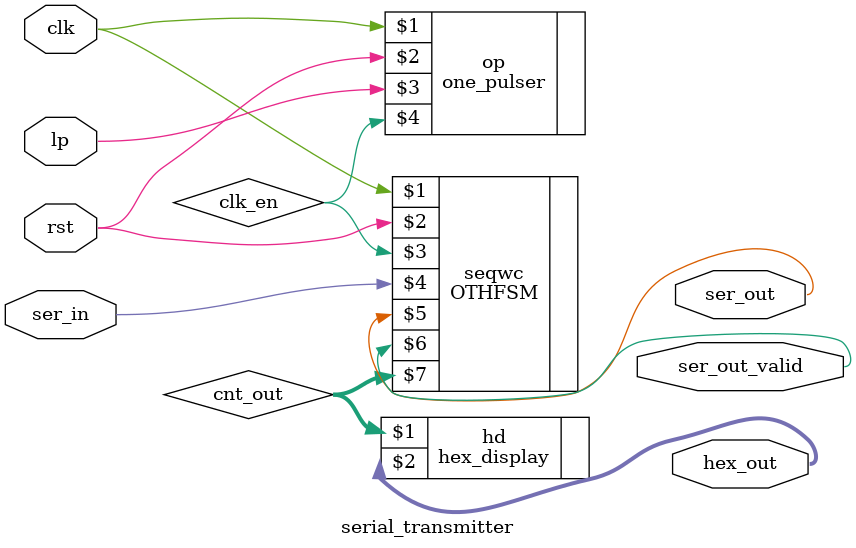
<source format=v>
module serial_transmitter(clk, rst, lp, ser_in, 
                          ser_out, ser_out_valid, hex_out);

    input clk, rst, lp, ser_in;
    output ser_out, ser_out_valid;
    output [6:0] hex_out;
    wire clk_en;

    wire [3:0] cnt_out; 

    one_pulser op (
        clk, rst, lp, clk_en
    );

    OTHFSM seqwc (
        clk, rst, clk_en, ser_in, 
        ser_out, ser_out_valid, cnt_out
    );

    hex_display hd (
        cnt_out, hex_out
    );

endmodule
</source>
